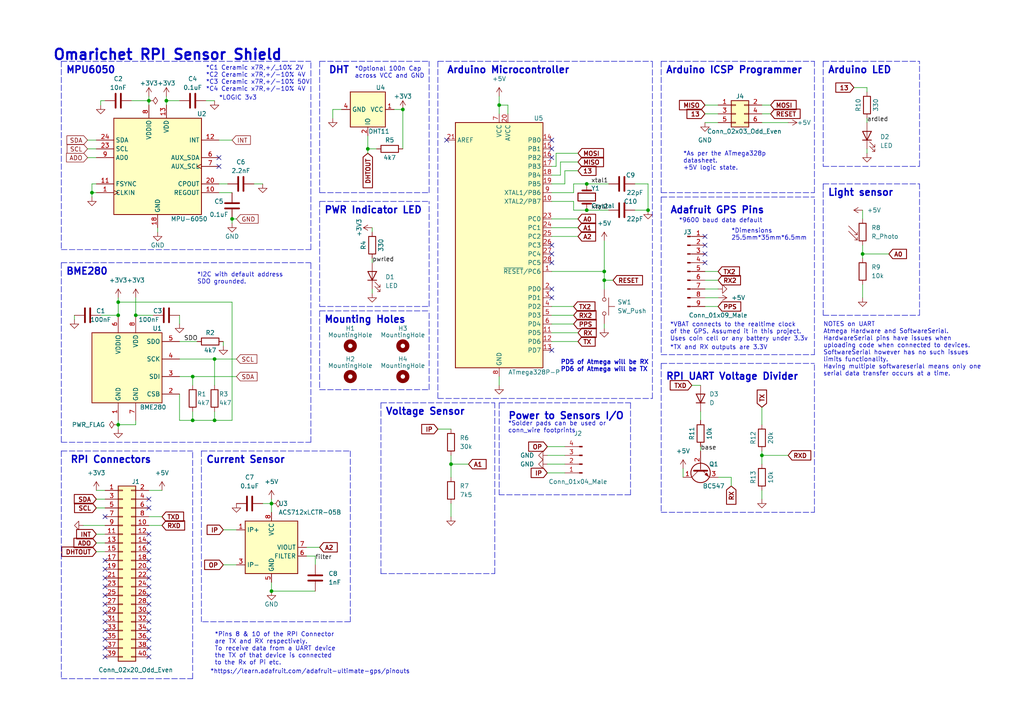
<source format=kicad_sch>
(kicad_sch (version 20211123) (generator eeschema)
  (paper "A4")
  (title_block (title "Omarichet RPI sensor Shield containing various sensors.") (date "2023-01-14") (rev "v1.1") (company "Omarichet.Space") (comment 1 "This is a Raspberry Pi 4 Shield."))
  (junction (at 26.67 55.88))
  (junction (at 175.26 81.28))
  (junction (at 34.29 91.44))
  (junction (at 34.29 87.63))
  (junction (at 43.18 29.21))
  (junction (at 39.37 91.44))
  (junction (at 55.88 121.92))
  (junction (at 67.31 63.5))
  (junction (at 62.23 104.14))
  (junction (at 62.23 121.92))
  (junction (at 170.18 53.34))
  (junction (at 48.26 29.21))
  (junction (at 34.29 123.19))
  (junction (at 130.81 134.62))
  (junction (at 220.98 132.08))
  (junction (at 175.26 78.74))
  (junction (at 78.74 171.45))
  (junction (at 170.18 60.96))
  (junction (at 250.19 73.66))
  (junction (at 55.88 109.22))
  (junction (at 106.68 43.18))
  (junction (at 187.96 60.96))
  (junction (at 78.74 146.05))
  (junction (at 116.84 31.75))
  (junction (at 144.78 30.48))
  (no_connect (at 30.48 162.56))
  (no_connect (at 204.47 68.58))
  (no_connect (at 129.54 40.64))
  (no_connect (at 160.02 86.36))
  (no_connect (at 204.47 71.12))
  (no_connect (at 204.47 76.2))
  (no_connect (at 43.18 147.32))
  (no_connect (at 43.18 144.78))
  (no_connect (at 43.18 172.72))
  (no_connect (at 30.48 167.64))
  (no_connect (at 43.18 170.18))
  (no_connect (at 30.48 170.18))
  (no_connect (at 30.48 172.72))
  (no_connect (at 43.18 160.02))
  (no_connect (at 43.18 162.56))
  (no_connect (at 43.18 167.64))
  (no_connect (at 43.18 157.48))
  (no_connect (at 43.18 165.1))
  (no_connect (at 30.48 165.1))
  (no_connect (at 43.18 154.94))
  (no_connect (at 30.48 180.34))
  (no_connect (at 30.48 177.8))
  (no_connect (at 43.18 182.88))
  (no_connect (at 43.18 190.5))
  (no_connect (at 43.18 187.96))
  (no_connect (at 43.18 185.42))
  (no_connect (at 30.48 182.88))
  (no_connect (at 30.48 190.5))
  (no_connect (at 30.48 185.42))
  (no_connect (at 30.48 187.96))
  (no_connect (at 43.18 177.8))
  (no_connect (at 43.18 180.34))
  (no_connect (at 30.48 175.26))
  (no_connect (at 43.18 175.26))
  (no_connect (at 204.47 73.66))
  (no_connect (at 30.48 149.86))
  (no_connect (at 63.5 45.72))
  (no_connect (at 63.5 48.26))
  (no_connect (at 160.02 43.18))
  (no_connect (at 160.02 45.72))
  (no_connect (at 160.02 40.64))
  (no_connect (at 160.02 73.66))
  (no_connect (at 160.02 71.12))
  (no_connect (at 160.02 83.82))
  (no_connect (at 160.02 101.6))
  (no_connect (at 160.02 76.2))
  (wire (pts (xy 62.23 119.38) (xy 62.23 121.92)))
  (wire (pts (xy 96.52 34.29) (xy 96.52 31.75)))
  (polyline (pts (xy 17.78 76.2) (xy 17.78 128.27)))
  (polyline (pts (xy 124.46 88.9) (xy 124.46 58.42)))
  (polyline (pts (xy 191.77 17.78) (xy 236.22 17.78)))
  (wire (pts (xy 64.77 163.83) (xy 68.58 163.83)))
  (wire (pts (xy 166.37 53.34) (xy 166.37 55.88)))
  (wire (pts (xy 62.23 121.92) (xy 67.31 121.92)))
  (wire (pts (xy 203.2 119.38) (xy 203.2 121.92)))
  (wire (pts (xy 29.21 29.21) (xy 30.48 29.21)))
  (wire (pts (xy 160.02 96.52) (xy 167.64 96.52)))
  (wire (pts (xy 39.37 91.44) (xy 44.45 91.44)))
  (wire (pts (xy 130.81 134.62) (xy 135.89 134.62)))
  (wire (pts (xy 204.47 30.48) (xy 208.28 30.48)))
  (polyline (pts (xy 92.71 113.03) (xy 124.46 113.03)))
  (wire (pts (xy 160.02 63.5) (xy 167.64 63.5)))
  (polyline (pts (xy 182.88 143.51) (xy 144.78 143.51)))
  (polyline (pts (xy 238.76 53.34) (xy 266.7 53.34)))
  (wire (pts (xy 127 124.46) (xy 130.81 124.46)))
  (wire (pts (xy 25.4 45.72) (xy 27.94 45.72)))
  (wire (pts (xy 52.07 109.22) (xy 55.88 109.22)))
  (wire (pts (xy 27.94 160.02) (xy 30.48 160.02)))
  (wire (pts (xy 220.98 130.81) (xy 220.98 132.08)))
  (wire (pts (xy 34.29 121.92) (xy 34.29 123.19)))
  (wire (pts (xy 48.26 27.94) (xy 48.26 29.21)))
  (polyline (pts (xy 191.77 55.88) (xy 236.22 55.88)))
  (wire (pts (xy 220.98 132.08) (xy 220.98 134.62)))
  (wire (pts (xy 204.47 86.36) (xy 208.28 86.36)))
  (polyline (pts (xy 191.77 57.15) (xy 191.77 102.87)))
  (wire (pts (xy 91.44 171.45) (xy 78.74 171.45)))
  (polyline (pts (xy 92.71 58.42) (xy 124.46 58.42)))
  (wire (pts (xy 43.18 29.21) (xy 43.18 30.48)))
  (wire (pts (xy 64.77 153.67) (xy 68.58 153.67)))
  (polyline (pts (xy 143.51 166.37) (xy 143.51 116.84)))
  (wire (pts (xy 160.02 58.42) (xy 166.37 58.42)))
  (wire (pts (xy 203.2 129.54) (xy 203.2 130.81)))
  (wire (pts (xy 52.07 121.92) (xy 55.88 121.92)))
  (wire (pts (xy 144.78 30.48) (xy 144.78 33.02)))
  (polyline (pts (xy 58.42 130.81) (xy 58.42 180.34)))
  (wire (pts (xy 212.09 138.43) (xy 212.09 140.97)))
  (wire (pts (xy 160.02 91.44) (xy 166.37 91.44)))
  (wire (pts (xy 73.66 53.34) (xy 76.2 53.34)))
  (wire (pts (xy 160.02 68.58) (xy 167.64 68.58)))
  (wire (pts (xy 34.29 87.63) (xy 67.31 87.63)))
  (wire (pts (xy 48.26 29.21) (xy 48.26 30.48)))
  (wire (pts (xy 34.29 86.36) (xy 34.29 87.63)))
  (wire (pts (xy 220.98 142.24) (xy 220.98 144.78)))
  (wire (pts (xy 166.37 55.88) (xy 160.02 55.88)))
  (polyline (pts (xy 127 17.78) (xy 189.23 17.78)))
  (wire (pts (xy 160.02 99.06) (xy 167.64 99.06)))
  (polyline (pts (xy 191.77 105.41) (xy 236.22 105.41)))
  (polyline (pts (xy 110.49 166.37) (xy 143.51 166.37)))
  (wire (pts (xy 116.84 31.75) (xy 114.3 31.75)))
  (wire (pts (xy 29.21 30.48) (xy 29.21 29.21)))
  (wire (pts (xy 63.5 55.88) (xy 67.31 55.88)))
  (wire (pts (xy 43.18 142.24) (xy 46.99 142.24)))
  (wire (pts (xy 52.07 91.44) (xy 52.07 93.98)))
  (wire (pts (xy 76.2 146.05) (xy 78.74 146.05)))
  (polyline (pts (xy 55.88 196.85) (xy 55.88 130.81)))
  (wire (pts (xy 55.88 109.22) (xy 68.58 109.22)))
  (wire (pts (xy 116.84 31.75) (xy 116.84 43.18)))
  (polyline (pts (xy 92.71 58.42) (xy 92.71 88.9)))
  (polyline (pts (xy 90.17 128.27) (xy 90.17 76.2)))
  (wire (pts (xy 27.94 147.32) (xy 30.48 147.32)))
  (wire (pts (xy 21.59 91.44) (xy 21.59 92.71)))
  (wire (pts (xy 27.94 53.34) (xy 26.67 53.34)))
  (wire (pts (xy 160.02 88.9) (xy 166.37 88.9)))
  (polyline (pts (xy 127 115.57) (xy 189.23 115.57)))
  (wire (pts (xy 39.37 123.19) (xy 39.37 121.92)))
  (polyline (pts (xy 124.46 113.03) (xy 124.46 90.17)))
  (wire (pts (xy 39.37 86.36) (xy 39.37 91.44)))
  (polyline (pts (xy 92.71 88.9) (xy 124.46 88.9)))
  (polyline (pts (xy 238.76 17.78) (xy 266.7 17.78)))
  (polyline (pts (xy 144.78 116.84) (xy 182.88 116.84)))
  (wire (pts (xy 55.88 109.22) (xy 55.88 111.76)))
  (wire (pts (xy 63.5 53.34) (xy 66.04 53.34)))
  (wire (pts (xy 34.29 123.19) (xy 34.29 124.46)))
  (polyline (pts (xy 17.78 76.2) (xy 90.17 76.2)))
  (wire (pts (xy 64.77 99.06) (xy 64.77 100.33)))
  (wire (pts (xy 175.26 93.98) (xy 175.26 95.25)))
  (wire (pts (xy 166.37 58.42) (xy 166.37 60.96)))
  (wire (pts (xy 250.19 71.12) (xy 250.19 73.66)))
  (wire (pts (xy 130.81 134.62) (xy 130.81 138.43)))
  (wire (pts (xy 78.74 171.45) (xy 78.74 168.91)))
  (polyline (pts (xy 101.6 130.81) (xy 101.6 180.34)))
  (polyline (pts (xy 238.76 91.44) (xy 266.7 91.44)))
  (wire (pts (xy 62.23 104.14) (xy 68.58 104.14)))
  (polyline (pts (xy 92.71 90.17) (xy 92.71 113.03)))
  (polyline (pts (xy 92.71 55.88) (xy 124.46 55.88)))
  (wire (pts (xy 184.15 53.34) (xy 187.96 53.34)))
  (polyline (pts (xy 191.77 102.87) (xy 236.22 102.87)))
  (wire (pts (xy 24.13 152.4) (xy 30.48 152.4)))
  (wire (pts (xy 160.02 78.74) (xy 175.26 78.74)))
  (wire (pts (xy 144.78 109.22) (xy 144.78 111.76)))
  (polyline (pts (xy 238.76 48.26) (xy 266.7 48.26)))
  (wire (pts (xy 158.75 137.16) (xy 163.83 137.16)))
  (polyline (pts (xy 101.6 180.34) (xy 58.42 180.34)))
  (wire (pts (xy 170.18 53.34) (xy 166.37 53.34)))
  (wire (pts (xy 158.75 132.08) (xy 163.83 132.08)))
  (polyline (pts (xy 17.78 130.81) (xy 17.78 196.85)))
  (polyline (pts (xy 17.78 130.81) (xy 55.88 130.81)))
  (polyline (pts (xy 191.77 105.41) (xy 191.77 148.59)))
  (wire (pts (xy 162.56 46.99) (xy 167.64 46.99)))
  (polyline (pts (xy 110.49 116.84) (xy 110.49 166.37)))
  (wire (pts (xy 204.47 81.28) (xy 208.28 81.28)))
  (wire (pts (xy 45.72 66.04) (xy 45.72 67.31)))
  (polyline (pts (xy 189.23 115.57) (xy 189.23 17.78)))
  (polyline (pts (xy 144.78 116.84) (xy 144.78 143.51)))
  (wire (pts (xy 163.83 49.53) (xy 163.83 53.34)))
  (wire (pts (xy 130.81 132.08) (xy 130.81 134.62)))
  (polyline (pts (xy 266.7 48.26) (xy 266.7 17.78)))
  (polyline (pts (xy 92.71 17.78) (xy 124.46 17.78)))
  (wire (pts (xy 67.31 121.92) (xy 67.31 87.63)))
  (wire (pts (xy 208.28 138.43) (xy 212.09 138.43)))
  (wire (pts (xy 78.74 144.78) (xy 78.74 146.05)))
  (wire (pts (xy 204.47 33.02) (xy 208.28 33.02)))
  (wire (pts (xy 107.95 83.82) (xy 107.95 85.09)))
  (wire (pts (xy 43.18 27.94) (xy 43.18 29.21)))
  (wire (pts (xy 184.15 60.96) (xy 187.96 60.96)))
  (wire (pts (xy 55.88 121.92) (xy 62.23 121.92)))
  (wire (pts (xy 29.21 91.44) (xy 34.29 91.44)))
  (wire (pts (xy 175.26 83.82) (xy 175.26 81.28)))
  (polyline (pts (xy 110.49 116.84) (xy 143.51 116.84)))
  (wire (pts (xy 220.98 118.11) (xy 220.98 123.19)))
  (polyline (pts (xy 182.88 116.84) (xy 182.88 143.51)))
  (wire (pts (xy 88.9 158.75) (xy 92.71 158.75)))
  (wire (pts (xy 250.19 73.66) (xy 257.81 73.66)))
  (wire (pts (xy 62.23 104.14) (xy 62.23 111.76)))
  (wire (pts (xy 175.26 69.85) (xy 175.26 78.74)))
  (polyline (pts (xy 92.71 90.17) (xy 124.46 90.17)))
  (wire (pts (xy 34.29 87.63) (xy 34.29 91.44)))
  (wire (pts (xy 251.46 34.29) (xy 251.46 35.56)))
  (polyline (pts (xy 236.22 148.59) (xy 236.22 105.41)))
  (polyline (pts (xy 17.78 196.85) (xy 55.88 196.85)))
  (wire (pts (xy 106.68 43.18) (xy 106.68 44.45)))
  (wire (pts (xy 25.4 43.18) (xy 27.94 43.18)))
  (wire (pts (xy 162.56 50.8) (xy 162.56 46.99)))
  (polyline (pts (xy 191.77 148.59) (xy 236.22 148.59)))
  (wire (pts (xy 250.19 60.96) (xy 250.19 63.5)))
  (wire (pts (xy 220.98 35.56) (xy 228.6 35.56)))
  (wire (pts (xy 170.18 53.34) (xy 176.53 53.34)))
  (wire (pts (xy 220.98 33.02) (xy 223.52 33.02)))
  (wire (pts (xy 26.67 55.88) (xy 27.94 55.88)))
  (polyline (pts (xy 191.77 17.78) (xy 191.77 55.88)))
  (wire (pts (xy 163.83 53.34) (xy 160.02 53.34)))
  (wire (pts (xy 160.02 50.8) (xy 162.56 50.8)))
  (wire (pts (xy 166.37 60.96) (xy 170.18 60.96)))
  (polyline (pts (xy 92.71 17.78) (xy 92.71 55.88)))
  (wire (pts (xy 130.81 146.05) (xy 130.81 149.86)))
  (wire (pts (xy 247.65 25.4) (xy 251.46 25.4)))
  (wire (pts (xy 200.66 111.76) (xy 203.2 111.76)))
  (wire (pts (xy 158.75 129.54) (xy 163.83 129.54)))
  (wire (pts (xy 43.18 149.86) (xy 46.99 149.86)))
  (polyline (pts (xy 236.22 102.87) (xy 236.22 57.15)))
  (wire (pts (xy 34.29 123.19) (xy 39.37 123.19)))
  (wire (pts (xy 161.29 44.45) (xy 167.64 44.45)))
  (wire (pts (xy 63.5 40.64) (xy 67.31 40.64)))
  (wire (pts (xy 67.31 63.5) (xy 68.58 63.5)))
  (wire (pts (xy 52.07 99.06) (xy 57.15 99.06)))
  (polyline (pts (xy 17.78 17.78) (xy 90.17 17.78)))
  (wire (pts (xy 144.78 30.48) (xy 147.32 30.48)))
  (wire (pts (xy 25.4 40.64) (xy 27.94 40.64)))
  (wire (pts (xy 106.68 43.18) (xy 109.22 43.18)))
  (wire (pts (xy 78.74 146.05) (xy 78.74 148.59)))
  (wire (pts (xy 26.67 55.88) (xy 26.67 57.15)))
  (polyline (pts (xy 17.78 128.27) (xy 90.17 128.27)))
  (wire (pts (xy 161.29 48.26) (xy 161.29 44.45)))
  (wire (pts (xy 91.44 161.29) (xy 91.44 163.83)))
  (wire (pts (xy 27.94 154.94) (xy 30.48 154.94)))
  (wire (pts (xy 220.98 30.48) (xy 223.52 30.48)))
  (wire (pts (xy 27.94 142.24) (xy 30.48 142.24)))
  (wire (pts (xy 204.47 78.74) (xy 208.28 78.74)))
  (wire (pts (xy 38.1 29.21) (xy 43.18 29.21)))
  (wire (pts (xy 204.47 35.56) (xy 208.28 35.56)))
  (wire (pts (xy 43.18 152.4) (xy 46.99 152.4)))
  (wire (pts (xy 251.46 25.4) (xy 251.46 26.67)))
  (polyline (pts (xy 58.42 130.81) (xy 101.6 130.81)))
  (wire (pts (xy 96.52 31.75) (xy 99.06 31.75)))
  (wire (pts (xy 107.95 74.93) (xy 107.95 76.2)))
  (wire (pts (xy 59.69 29.21) (xy 62.23 29.21)))
  (wire (pts (xy 163.83 49.53) (xy 167.64 49.53)))
  (wire (pts (xy 55.88 119.38) (xy 55.88 121.92)))
  (wire (pts (xy 175.26 81.28) (xy 175.26 78.74)))
  (polyline (pts (xy 266.7 91.44) (xy 266.7 53.34)))
  (wire (pts (xy 106.68 39.37) (xy 106.68 43.18)))
  (polyline (pts (xy 236.22 55.88) (xy 236.22 17.78)))
  (wire (pts (xy 187.96 53.34) (xy 187.96 60.96)))
  (wire (pts (xy 27.94 144.78) (xy 30.48 144.78)))
  (wire (pts (xy 204.47 83.82) (xy 208.28 83.82)))
  (wire (pts (xy 198.12 135.89) (xy 198.12 138.43)))
  (wire (pts (xy 67.31 63.5) (xy 67.31 64.77)))
  (polyline (pts (xy 90.17 72.39) (xy 90.17 17.78)))
  (wire (pts (xy 160.02 66.04) (xy 167.64 66.04)))
  (wire (pts (xy 160.02 48.26) (xy 161.29 48.26)))
  (wire (pts (xy 160.02 93.98) (xy 166.37 93.98)))
  (wire (pts (xy 250.19 73.66) (xy 250.19 74.93)))
  (polyline (pts (xy 238.76 17.78) (xy 238.76 48.26)))
  (polyline (pts (xy 191.77 57.15) (xy 236.22 57.15)))
  (polyline (pts (xy 124.46 55.88) (xy 124.46 17.78)))
  (wire (pts (xy 147.32 30.48) (xy 147.32 33.02)))
  (wire (pts (xy 144.78 27.94) (xy 144.78 30.48)))
  (wire (pts (xy 220.98 132.08) (xy 228.6 132.08)))
  (wire (pts (xy 175.26 81.28) (xy 177.8 81.28)))
  (polyline (pts (xy 238.76 53.34) (xy 238.76 91.44)))
  (polyline (pts (xy 127 17.78) (xy 127 115.57)))
  (wire (pts (xy 88.9 161.29) (xy 91.44 161.29)))
  (wire (pts (xy 48.26 29.21) (xy 52.07 29.21)))
  (polyline (pts (xy 17.78 72.39) (xy 90.17 72.39)))
  (wire (pts (xy 170.18 60.96) (xy 176.53 60.96)))
  (wire (pts (xy 27.94 157.48) (xy 30.48 157.48)))
  (wire (pts (xy 250.19 82.55) (xy 250.19 86.36)))
  (wire (pts (xy 52.07 104.14) (xy 62.23 104.14)))
  (wire (pts (xy 26.67 53.34) (xy 26.67 55.88)))
  (polyline (pts (xy 17.78 17.78) (xy 17.78 72.39)))
  (wire (pts (xy 158.75 134.62) (xy 163.83 134.62)))
  (wire (pts (xy 52.07 114.3) (xy 52.07 121.92)))
  (wire (pts (xy 204.47 88.9) (xy 208.28 88.9)))
  (wire (pts (xy 107.95 66.04) (xy 107.95 67.31)))
  (wire (pts (xy 251.46 43.18) (xy 251.46 44.45)))
  (text "NOTES on UART\nAtmega Hardware and SoftwareSerial.\nHardwareSerial pins have issues when \nuploading code when connected to devices.\nSoftwareSerial however has no such issues\nlimits functionality.\nHaving multiple softwareserial means only one \nserial data transfer occurs at a time.\n" (at 238.76 109.22 0) (effects (font (size 1.27 1.27)) (justify left bottom)))
  (text "*Optional 100n Cap\nacross VCC and GND" (at 102.87 22.86 0) (effects (font (size 1.27 1.27)) (justify left bottom)))
  (text "*LOGIC 3v3" (at 63.5 29.21 0) (effects (font (size 1.27 1.27)) (justify left bottom)))
  (text "RPI Connectors" (at 20.32 134.62 0) (effects (font (size 2 2) bold) (justify left bottom)))
  (text "RPI UART Voltage Divider" (at 193.04 110.49 0) (effects (font (size 2 2) (thickness 0.4) bold) (justify left bottom)))
  (text "Arduino Microcontroller" (at 129.54 21.59 0) (effects (font (size 2 2) bold) (justify left bottom)))
  (text "Mounting Holes" (at 93.98 93.98 0) (effects (font (size 2 2) bold) (justify left bottom)))
  (text "Arduino ICSP Programmer" (at 193.04 21.59 0) (effects (font (size 2 2) (thickness 0.4) bold) (justify left bottom)))
  (text "Omarichet RPI Sensor Shield" (at 15.24 17.78 0) (effects (font (size 3 3) (thickness 0.6) bold) (justify left bottom)))
  (text "Current Sensor" (at 59.69 134.62 0) (effects (font (size 2 2) (thickness 0.4) bold) (justify left bottom)))
  (text "BME280" (at 19.05 80.01 0) (effects (font (size 2 2) (thickness 0.4) bold) (justify left bottom)))
  (text "*VBAT connects to the realtime clock\nof the GPS. Assumed it in this project.\nUses coin cell or any battery under 3.3v" (at 194.31 99.06 0) (effects (font (size 1.27 1.27)) (justify left bottom)))
  (text "Power to Sensors I/O" (at 147.32 121.92 0) (effects (font (size 2 2) bold) (justify left bottom)))
  (text "*https://learn.adafruit.com/adafruit-ultimate-gps/pinouts" (at 60.96 195.58 0) (effects (font (size 1.27 1.27)) (justify left bottom)))
  (text "*9600 baud data default" (at 196.85 64.77 0) (effects (font (size 1.27 1.27)) (justify left bottom)))
  (text "PD5 of Atmega will be RX\nPD6 of Atmega will be TX" (at 162.56 107.95 0) (effects (font (size 1.27 1.27) bold) (justify left bottom)))
  (text "MPU6050" (at 19.05 21.59 0) (effects (font (size 2 2) (thickness 0.4) bold) (justify left bottom)))
  (text "Voltage Sensor" (at 111.76 120.65 0) (effects (font (size 2 2) bold) (justify left bottom)))
  (text "Adafruit GPS Pins" (at 194.31 62.23 0) (effects (font (size 2 2) bold) (justify left bottom)))
  (text "PWR Indicator LED" (at 93.98 62.23 0) (effects (font (size 2 2) bold) (justify left bottom)))
  (text "*Pins 8 & 10 of the RPI Connector\nare TX and RX respectively.\nTo receive data from a UART device\nthe TX of that device is connected \nto the Rx of Pi etc." (at 62.23 193.04 0) (effects (font (size 1.27 1.27)) (justify left bottom)))
  (text "*C1 Ceramic x7R,+/_10% 2V\n*C2 Ceramic x7R,+/-10% 4V\n*C3 Ceramic x7R,+/-10% 50V\n*C4 Ceramic x7R,+/-10% 4V" (at 59.69 26.67 0) (effects (font (size 1.27 1.27)) (justify left bottom)))
  (text "Light sensor" (at 240.03 57.15 0) (effects (font (size 2 2) bold) (justify left bottom)))
  (text "*TX and RX outputs are 3.3V" (at 194.31 101.6 0) (effects (font (size 1.27 1.27)) (justify left bottom)))
  (text "DHT" (at 95.25 21.59 0) (effects (font (size 2 2) bold) (justify left bottom)))
  (text "*As per the ATmega328p \ndatasheet.\n+5V logic state." (at 198.12 49.53 0) (effects (font (size 1.27 1.27)) (justify left bottom)))
  (text "*Dimensions\n25.5mm*35mm*6.5mm" (at 212.09 69.85 0) (effects (font (size 1.27 1.27)) (justify left bottom)))
  (text "Arduino LED" (at 240.03 21.59 0) (effects (font (size 2 2) bold) (justify left bottom)))
  (text "*Solder pads can be used or \nconn_wire footprints" (at 147.32 125.73 0) (effects (font (size 1.27 1.27)) (justify left bottom)))
  (text "*I2C with default address\nSDO grounded." (at 57.15 82.55 0) (effects (font (size 1.27 1.27)) (justify left bottom)))
  (label "base" (at 203.2 130.81 0))
  (label "pwrled" (at 107.95 76.2 0))
  (label "xtal1" (at 171.45 53.34 0))
  (label "filter" (at 91.44 162.56 0))
  (label "SDO" (at 53.34 99.06 0))
  (label "ardled" (at 251.46 35.56 0))
  (label "xtal2" (at 171.45 60.96 0))
  (global_label "RESET" (shape input) (at 223.52 33.02 0) (effects (font bold)) (property "Intersheet References" "${INTERSHEET_REFS}" (effects hide)))
  (global_label "MOSI" (shape input) (at 223.52 30.48 0) (effects (font bold)) (property "Intersheet References" "${INTERSHEET_REFS}" (effects hide)))
  (global_label "13" (shape input) (at 167.64 49.53 0) (effects (font bold)) (property "Intersheet References" "${INTERSHEET_REFS}" (effects hide)))
  (global_label "INT" (shape input) (at 27.94 154.94 180) (effects (font bold)) (property "Intersheet References" "${INTERSHEET_REFS}" (effects hide)))
  (global_label "SCL" (shape input) (at 27.94 147.32 180) (effects (font bold)) (property "Intersheet References" "${INTERSHEET_REFS}" (effects hide)))
  (global_label "SCL" (shape input) (at 25.4 43.18 180) (property "Intersheet References" "${INTERSHEET_REFS}" (effects hide)))
  (global_label "RX2" (shape input) (at 208.28 81.28 0) (effects (font bold)) (property "Intersheet References" "${INTERSHEET_REFS}" (effects hide)))
  (global_label "IP" (shape input) (at 158.75 137.16 180) (effects (font bold)) (property "Intersheet References" "${INTERSHEET_REFS}" (effects hide)))
  (global_label "PPS" (shape input) (at 166.37 93.98 0) (effects (font bold)) (property "Intersheet References" "${INTERSHEET_REFS}" (effects hide)))
  (global_label "MISO" (shape input) (at 204.47 30.48 180) (effects (font bold)) (property "Intersheet References" "${INTERSHEET_REFS}" (effects hide)))
  (global_label "DHTOUT" (shape input) (at 106.68 44.45 270) (effects (font bold)) (property "Intersheet References" "${INTERSHEET_REFS}" (effects hide)))
  (global_label "A0" (shape input) (at 167.64 63.5 0) (effects (font bold)) (property "Intersheet References" "${INTERSHEET_REFS}" (effects hide)))
  (global_label "INT" (shape input) (at 67.31 40.64 0) (property "Intersheet References" "${INTERSHEET_REFS}" (effects hide)))
  (global_label "IP" (shape input) (at 64.77 153.67 180) (effects (font bold)) (property "Intersheet References" "${INTERSHEET_REFS}" (effects hide)))
  (global_label "A1" (shape input) (at 167.64 66.04 0) (effects (font bold)) (property "Intersheet References" "${INTERSHEET_REFS}" (effects hide)))
  (global_label "ADO" (shape input) (at 25.4 45.72 180) (property "Intersheet References" "${INTERSHEET_REFS}" (effects hide)))
  (global_label "RX" (shape input) (at 212.09 140.97 270) (effects (font bold)) (property "Intersheet References" "${INTERSHEET_REFS}" (effects hide)))
  (global_label "DHTOUT" (shape input) (at 27.94 160.02 180) (effects (font bold)) (property "Intersheet References" "${INTERSHEET_REFS}" (effects hide)))
  (global_label "OP" (shape input) (at 64.77 163.83 180) (effects (font bold)) (property "Intersheet References" "${INTERSHEET_REFS}" (effects hide)))
  (global_label "SDA" (shape input) (at 27.94 144.78 180) (effects (font bold)) (property "Intersheet References" "${INTERSHEET_REFS}" (effects hide)))
  (global_label "A2" (shape input) (at 167.64 68.58 0) (effects (font bold)) (property "Intersheet References" "${INTERSHEET_REFS}" (effects hide)))
  (global_label "RX" (shape input) (at 167.64 96.52 0) (effects (font bold)) (property "Intersheet References" "${INTERSHEET_REFS}" (effects hide)))
  (global_label "A1" (shape input) (at 135.89 134.62 0) (effects (font bold)) (property "Intersheet References" "${INTERSHEET_REFS}" (effects hide)))
  (global_label "SDA" (shape input) (at 68.58 109.22 0) (property "Intersheet References" "${INTERSHEET_REFS}" (effects hide)))
  (global_label "TXD" (shape input) (at 200.66 111.76 180) (effects (font bold)) (property "Intersheet References" "${INTERSHEET_REFS}" (effects hide)))
  (global_label "GND" (shape input) (at 68.58 63.5 0) (property "Intersheet References" "${INTERSHEET_REFS}" (effects hide)))
  (global_label "MISO" (shape input) (at 167.64 46.99 0) (effects (font bold)) (property "Intersheet References" "${INTERSHEET_REFS}" (effects hide)))
  (global_label "TXD" (shape input) (at 46.99 149.86 0) (effects (font bold)) (property "Intersheet References" "${INTERSHEET_REFS}" (effects hide)))
  (global_label "TX" (shape input) (at 167.64 99.06 0) (effects (font bold)) (property "Intersheet References" "${INTERSHEET_REFS}" (effects hide)))
  (global_label "A0" (shape input) (at 257.81 73.66 0) (effects (font bold)) (property "Intersheet References" "${INTERSHEET_REFS}" (effects hide)))
  (global_label "13" (shape input) (at 204.47 33.02 180) (effects (font bold)) (property "Intersheet References" "${INTERSHEET_REFS}" (effects hide)))
  (global_label "A2" (shape input) (at 92.71 158.75 0) (effects (font bold)) (property "Intersheet References" "${INTERSHEET_REFS}" (effects hide)))
  (global_label "RESET" (shape input) (at 177.8 81.28 0) (effects (font bold)) (property "Intersheet References" "${INTERSHEET_REFS}" (effects hide)))
  (global_label "RX2" (shape input) (at 166.37 91.44 0) (effects (font bold)) (property "Intersheet References" "${INTERSHEET_REFS}" (effects hide)))
  (global_label "MOSI" (shape input) (at 167.64 44.45 0) (effects (font bold)) (property "Intersheet References" "${INTERSHEET_REFS}" (effects hide)))
  (global_label "PPS" (shape input) (at 208.28 88.9 0) (effects (font bold)) (property "Intersheet References" "${INTERSHEET_REFS}" (effects hide)))
  (global_label "TX2" (shape input) (at 166.37 88.9 0) (effects (font bold)) (property "Intersheet References" "${INTERSHEET_REFS}" (effects hide)))
  (global_label "TX" (shape input) (at 220.98 118.11 90) (effects (font bold)) (property "Intersheet References" "${INTERSHEET_REFS}" (effects hide)))
  (global_label "13" (shape input) (at 247.65 25.4 180) (effects (font bold)) (property "Intersheet References" "${INTERSHEET_REFS}" (effects hide)))
  (global_label "SDA" (shape input) (at 25.4 40.64 180) (property "Intersheet References" "${INTERSHEET_REFS}" (effects hide)))
  (global_label "RXD" (shape input) (at 228.6 132.08 0) (effects (font bold)) (property "Intersheet References" "${INTERSHEET_REFS}" (effects hide)))
  (global_label "IP" (shape input) (at 127 124.46 180) (effects (font bold)) (property "Intersheet References" "${INTERSHEET_REFS}" (effects hide)))
  (global_label "SCL" (shape input) (at 68.58 104.14 0) (property "Intersheet References" "${INTERSHEET_REFS}" (effects hide)))
  (global_label "OP" (shape input) (at 158.75 129.54 180) (effects (font bold)) (property "Intersheet References" "${INTERSHEET_REFS}" (effects hide)))
  (global_label "ADO" (shape input) (at 27.94 157.48 180) (effects (font bold)) (property "Intersheet References" "${INTERSHEET_REFS}" (effects hide)))
  (global_label "RXD" (shape input) (at 46.99 152.4 0) (effects (font bold)) (property "Intersheet References" "${INTERSHEET_REFS}" (effects hide)))
  (global_label "TX2" (shape input) (at 208.28 78.74 0) (effects (font bold)) (property "Intersheet References" "${INTERSHEET_REFS}" (effects hide)))
  (symbol (lib_id "power:GND") (at 45.72 67.31 0) (unit 1)
    (property "Reference" "#PWR0104" (effects hide))
    (property "Value" "GND" (at 45.72 71.12 0))
  )
  (symbol (lib_id "Switch:SW_Push") (at 175.26 88.9 270) (mirror x) (unit 1)
    (property "Reference" "SW1" (at 179.07 87.6299 90) (effects (justify left)))
    (property "Value" "SW_Push" (at 179.07 90.1699 90) (effects (justify left)))
    (property "Footprint" "Button_Switch_THT:SW_PUSH_6mm" (effects hide))
  )
  (symbol (lib_id "Connector_Generic:Conn_02x03_Odd_Even") (at 213.36 33.02 0) (unit 1)
    (property "Reference" "J4" (at 214.63 27.94 0))
    (property "Value" "Conn_02x03_Odd_Even" (at 215.9 38.1 0))
    (property "Footprint" "Connector_PinHeader_2.54mm:PinHeader_2x03_P2.54mm_Vertical" (effects hide))
  )
  (symbol (lib_id "power:GND") (at 187.96 60.96 0) (unit 1)
    (property "Reference" "#PWR0124" (effects hide))
    (property "Value" "GND" (effects hide))
  )
  (symbol (lib_id "power:+5V") (at 250.19 60.96 90) (unit 1)
    (property "Reference" "#PWR0131" (effects hide))
    (property "Value" "+5V" (at 251.46 60.9599 90) (effects (justify right)))
  )
  (symbol (lib_id "power:+5V") (at 175.26 69.85 0) (unit 1)
    (property "Reference" "#PWR0133" (effects hide))
    (property "Value" "+5V" (at 175.26 64.77 0))
  )
  (symbol (lib_id "Sensor_Motion:MPU-6050") (at 45.72 48.26 0) (unit 1)
    (property "Reference" "U2" (at 57.15 33.02 0) (effects (justify left)))
    (property "Value" "MPU-6050" (at 49.53 63.5 0) (effects (justify left)))
    (property "Footprint" "Sensor_Motion:InvenSense_QFN-24_4x4mm_P0.5mm" (effects hide))
    (property "Datasheet" "https://store.invensense.com/datasheets/invensense/MPU-6050_DataSheet_V3%204.pdf" (effects hide))
  )
  (symbol (lib_id "Device:R") (at 55.88 115.57 0) (unit 1)
    (property "Reference" "R1" (at 57.15 114.3 0) (effects (justify left)))
    (property "Value" "4k7" (at 57.15 116.84 0) (effects (justify left)))
    (property "Footprint" "Resistor_SMD:R_0402_1005Metric" (effects hide))
  )
  (symbol (lib_id "power:GND") (at 52.07 93.98 0) (unit 1)
    (property "Reference" "#PWR0112" (effects hide))
    (property "Value" "GND" (effects hide))
  )
  (symbol (lib_id "power:PWR_FLAG") (at 34.29 123.19 90) (unit 1)
    (property "Reference" "#FLG0101" (effects hide))
    (property "Value" "PWR_FLAG" (at 30.48 123.1899 90) (effects (justify left)))
  )
  (symbol (lib_id "Device:C") (at 72.39 146.05 90) (unit 1)
    (property "Reference" "C7" (at 72.39 138.43 90))
    (property "Value" "0.1uF" (at 72.39 140.97 90))
    (property "Footprint" "Capacitor_SMD:C_0603_1608Metric" (effects hide))
  )
  (symbol (lib_id "power:GND") (at 204.47 35.56 0) (unit 1)
    (property "Reference" "#PWR0127" (effects hide))
    (property "Value" "GND" (at 204.47 40.64 0))
  )
  (symbol (lib_id "Sensor:BME280") (at 36.83 106.68 0) (unit 1)
    (property "Reference" "U1" (at 46.99 95.25 0) (effects (justify right)))
    (property "Value" "BME280" (at 48.26 118.11 0) (effects (justify right)))
    (property "Footprint" "Package_LGA:Bosch_LGA-8_2.5x2.5mm_P0.65mm_ClockwisePinNumbering" (effects hide))
    (property "Datasheet" "https://ae-bst.resource.bosch.com/media/_tech/media/datasheets/BST-BME280-DS002.pdf" (effects hide))
  )
  (symbol (lib_id "Device:C") (at 48.26 91.44 90) (unit 1)
    (property "Reference" "C3" (at 45.72 90.17 90))
    (property "Value" "100nF" (at 43.18 92.71 90))
    (property "Footprint" "Capacitor_SMD:C_0402_1005Metric" (effects hide))
  )
  (symbol (lib_id "Device:R") (at 107.95 71.12 180) (unit 1)
    (property "Reference" "R4" (at 105.41 71.12 90))
    (property "Value" "330" (at 110.49 71.12 90))
    (property "Footprint" "Resistor_SMD:R_0402_1005Metric" (effects hide))
  )
  (symbol (lib_id "power:GND") (at 24.13 152.4 270) (unit 1)
    (property "Reference" "#PWR0117" (effects hide))
    (property "Value" "GND" (effects hide))
  )
  (symbol (lib_id "Device:R") (at 250.19 78.74 0) (unit 1)
    (property "Reference" "R9" (at 252.73 77.4699 0) (effects (justify left)))
    (property "Value" "10k" (at 252.73 80.0099 0) (effects (justify left)))
    (property "Footprint" "Resistor_SMD:R_0402_1005Metric" (effects hide))
  )
  (symbol (lib_id "power:GND") (at 62.23 29.21 0) (unit 1)
    (property "Reference" "#PWR0105" (effects hide))
    (property "Value" "GND" (effects hide))
  )
  (symbol (lib_id "Connector_Generic:Conn_02x20_Odd_Even") (at 35.56 165.1 0) (unit 1)
    (property "Reference" "J1" (at 39.37 139.7 0))
    (property "Value" "Conn_02x20_Odd_Even" (at 39.37 194.31 0))
    (property "Footprint" "Connector_PinSocket_2.54mm:PinSocket_2x20_P2.54mm_Vertical" (effects hide))
  )
  (symbol (lib_id "power:GND") (at 67.31 64.77 0) (unit 1)
    (property "Reference" "#PWR0103" (effects hide))
    (property "Value" "GND" (at 67.31 68.58 0))
  )
  (symbol (lib_id "power:GND") (at 107.95 85.09 0) (unit 1)
    (property "Reference" "#PWR0122" (effects hide))
    (property "Value" "GND" (effects hide))
  )
  (symbol (lib_id "Device:R") (at 203.2 125.73 180) (unit 1)
    (property "Reference" "R11" (at 200.66 125.73 90))
    (property "Value" "10k" (at 205.74 125.73 90))
    (property "Footprint" "Resistor_SMD:R_0402_1005Metric" (effects hide))
  )
  (symbol (lib_id "power:+3V3") (at 27.94 142.24 0) (unit 1)
    (property "Reference" "#PWR0118" (effects hide))
    (property "Value" "+3V3" (at 27.94 137.16 0))
  )
  (symbol (lib_id "Device:R") (at 113.03 43.18 90) (unit 1)
    (property "Reference" "R5" (at 113.03 40.64 90))
    (property "Value" "4k7" (at 113.03 45.72 90))
    (property "Footprint" "Resistor_SMD:R_0402_1005Metric" (effects hide))
  )
  (symbol (lib_id "power:GND") (at 96.52 34.29 0) (unit 1)
    (property "Reference" "#PWR0121" (effects hide))
    (property "Value" "GND" (effects hide))
  )
  (symbol (lib_id "Mechanical:MountingHole") (at 116.84 109.22 0) (unit 1)
    (property "Reference" "H4" (at 116.84 104.14 0))
    (property "Value" "MountingHole" (at 116.84 106.045 0))
    (property "Footprint" "MountingHole:MountingHole_3.2mm_M3" (effects hide))
  )
  (symbol (lib_id "power:GND") (at 64.77 100.33 0) (unit 1)
    (property "Reference" "#PWR0123" (effects hide))
    (property "Value" "GND" (effects hide))
  )
  (symbol (lib_id "Device:LED") (at 107.95 80.01 90) (unit 1)
    (property "Reference" "D1" (at 111.76 80.3274 90) (effects (justify right)))
    (property "Value" "LED" (at 111.76 82.8674 90) (effects (justify right)))
    (property "Footprint" "LED_SMD:LED_0603_1608Metric" (effects hide))
  )
  (symbol (lib_id "power:PWR_FLAG") (at 78.74 146.05 270) (unit 1)
    (property "Reference" "#FLG0103" (effects hide))
    (property "Value" "PWR_FLAG" (effects hide))
  )
  (symbol (lib_id "Device:C") (at 34.29 29.21 90) (unit 1)
    (property "Reference" "C2" (at 34.29 22.86 90))
    (property "Value" "10nF" (at 34.29 25.4 90))
    (property "Footprint" "Capacitor_SMD:C_0402_1005Metric" (effects hide))
  )
  (symbol (lib_id "Device:R_Photo") (at 250.19 67.31 0) (unit 1)
    (property "Reference" "R8" (at 252.73 66.0399 0) (effects (justify left)))
    (property "Value" "R_Photo" (at 252.73 68.5799 0) (effects (justify left)))
    (property "Footprint" "OptoDevice:R_LDR_4.9x4.2mm_P2.54mm_Vertical" (effects hide))
  )
  (symbol (lib_id "power:+5V") (at 46.99 142.24 0) (unit 1)
    (property "Reference" "#PWR0119" (effects hide))
    (property "Value" "+5V" (at 46.99 137.16 0))
  )
  (symbol (lib_id "Device:C") (at 180.34 60.96 90) (unit 1)
    (property "Reference" "C10" (at 182.88 58.42 90))
    (property "Value" "22pF" (at 184.15 63.5 90))
    (property "Footprint" "Capacitor_SMD:C_0402_1005Metric" (effects hide))
  )
  (symbol (lib_id "MCU_Microchip_ATmega:ATmega328P-P") (at 144.78 71.12 0) (unit 1)
    (property "Reference" "U5" (at 156.21 34.29 0))
    (property "Value" "ATmega328P-P" (at 154.94 107.95 0))
    (property "Footprint" "Package_DIP:DIP-28_W7.62mm" (effects hide))
    (property "Datasheet" "http://ww1.microchip.com/downloads/en/DeviceDoc/ATmega328_P%20AVR%20MCU%20with%20picoPower%20Technology%20Data%20Sheet%2040001984A.pdf" (effects hide))
  )
  (symbol (lib_id "Device:Crystal") (at 170.18 57.15 90) (unit 1)
    (property "Reference" "Y1" (at 171.45 54.61 90) (effects (justify right)))
    (property "Value" "Crystal" (at 171.45 59.69 90) (effects (justify right)))
    (property "Footprint" "Crystal:Crystal_HC49-4H_Vertical" (effects hide))
  )
  (symbol (lib_id "power:+5V") (at 78.74 144.78 0) (unit 1)
    (property "Reference" "#PWR0111" (effects hide))
    (property "Value" "+5V" (at 78.74 139.7 0))
  )
  (symbol (lib_id "power:GND") (at 208.28 83.82 90) (unit 1)
    (property "Reference" "#PWR0137" (effects hide))
    (property "Value" "GND" (effects hide))
  )
  (symbol (lib_id "Device:R") (at 220.98 138.43 180) (unit 1)
    (property "Reference" "R13" (at 218.44 138.43 90))
    (property "Value" "10k" (at 223.52 138.43 90))
    (property "Footprint" "Resistor_SMD:R_0402_1005Metric" (effects hide))
  )
  (symbol (lib_id "Mechanical:MountingHole") (at 116.84 100.33 0) (unit 1)
    (property "Reference" "H3" (at 116.84 95.25 0))
    (property "Value" "MountingHole" (at 116.84 97.155 0))
    (property "Footprint" "MountingHole:MountingHole_3.2mm_M3" (effects hide))
  )
  (symbol (lib_id "power:+5V") (at 208.28 86.36 270) (unit 1)
    (property "Reference" "#PWR0125" (effects hide))
    (property "Value" "+5V" (at 212.09 86.36 90) (effects (justify left)))
  )
  (symbol (lib_id "power:GND") (at 34.29 124.46 0) (unit 1)
    (property "Reference" "#PWR0116" (effects hide))
    (property "Value" "GND" (effects hide))
  )
  (symbol (lib_id "Device:R") (at 220.98 127 180) (unit 1)
    (property "Reference" "R12" (at 218.44 127 90))
    (property "Value" "20k" (at 223.52 127 90))
    (property "Footprint" "Resistor_SMD:R_0402_1005Metric" (effects hide))
  )
  (symbol (lib_id "Device:R") (at 60.96 99.06 90) (unit 1)
    (property "Reference" "R2" (at 60.96 96.52 90))
    (property "Value" "4k7" (at 60.96 101.6 90))
    (property "Footprint" "Resistor_SMD:R_0402_1005Metric" (effects hide))
  )
  (symbol (lib_id "power:+3V3") (at 34.29 86.36 0) (unit 1)
    (property "Reference" "#PWR0113" (effects hide))
    (property "Value" "+3V3" (at 34.29 81.28 0))
  )
  (symbol (lib_id "power:+5V") (at 198.12 135.89 0) (unit 1)
    (property "Reference" "#PWR01" (effects hide))
    (property "Value" "+5V" (at 198.12 130.81 0))
  )
  (symbol (lib_id "Mechanical:MountingHole") (at 101.6 100.33 0) (unit 1)
    (property "Reference" "H1" (at 101.6 95.25 0))
    (property "Value" "MountingHole" (at 101.6 97.155 0))
    (property "Footprint" "MountingHole:MountingHole_3.2mm_M3" (effects hide))
  )
  (symbol (lib_id "Device:R") (at 130.81 142.24 0) (unit 1)
    (property "Reference" "R7" (at 133.35 140.9699 0) (effects (justify left)))
    (property "Value" "7k5" (at 133.35 143.5099 0) (effects (justify left)))
    (property "Footprint" "Resistor_SMD:R_0402_1005Metric" (effects hide))
  )
  (symbol (lib_id "power:GND") (at 21.59 92.71 0) (mirror y) (unit 1)
    (property "Reference" "#PWR0115" (effects hide))
    (property "Value" "GND" (effects hide))
  )
  (symbol (lib_id "power:+3V3") (at 107.95 66.04 90) (unit 1)
    (property "Reference" "#PWR0120" (effects hide))
    (property "Value" "+3V3" (at 104.14 66.04 0))
  )
  (symbol (lib_id "power:+3V3") (at 48.26 27.94 0) (unit 1)
    (property "Reference" "#PWR0101" (effects hide))
    (property "Value" "+3V3" (at 48.26 24.13 0))
  )
  (symbol (lib_id "power:+3V3") (at 39.37 86.36 0) (unit 1)
    (property "Reference" "#PWR0114" (effects hide))
    (property "Value" "+3V3" (at 39.37 81.28 0))
  )
  (symbol (lib_id "power:GND") (at 251.46 44.45 0) (unit 1)
    (property "Reference" "#PWR0126" (effects hide))
    (property "Value" "GND" (effects hide))
  )
  (symbol (lib_id "power:GND") (at 68.58 146.05 0) (unit 1)
    (property "Reference" "#PWR0110" (effects hide))
    (property "Value" "GND" (effects hide))
  )
  (symbol (lib_id "Device:C") (at 91.44 167.64 0) (unit 1)
    (property "Reference" "C8" (at 95.25 166.3699 0) (effects (justify left)))
    (property "Value" "1nF" (at 95.25 168.9099 0) (effects (justify left)))
    (property "Footprint" "Capacitor_SMD:C_0402_1005Metric" (effects hide))
  )
  (symbol (lib_id "Device:C") (at 25.4 91.44 270) (mirror x) (unit 1)
    (property "Reference" "C1" (at 29.21 90.17 90))
    (property "Value" "100nF" (at 29.21 92.71 90))
    (property "Footprint" "Capacitor_SMD:C_0402_1005Metric" (effects hide))
  )
  (symbol (lib_id "Sensor:DHT11") (at 106.68 31.75 270) (unit 1)
    (property "Reference" "U4" (at 111.76 25.4 90) (effects (justify right)))
    (property "Value" "DHT11" (at 113.03 38.1 90) (effects (justify right)))
    (property "Footprint" "Sensor:Aosong_DHT11_5.5x12.0_P2.54mm" (effects hide))
    (property "Datasheet" "http://akizukidenshi.com/download/ds/aosong/DHT11.pdf" (effects hide))
  )
  (symbol (lib_id "Sensor_Current:ACS712xLCTR-05B") (at 78.74 158.75 0) (unit 1)
    (property "Reference" "U3" (at 80.7594 146.05 0) (effects (justify left)))
    (property "Value" "ACS712xLCTR-05B" (at 80.7594 148.59 0) (effects (justify left)))
    (property "Footprint" "Package_SO:SOIC-8_3.9x4.9mm_P1.27mm" (effects hide))
    (property "Datasheet" "http://www.allegromicro.com/~/media/Files/Datasheets/ACS712-Datasheet.ashx?la=en" (effects hide))
  )
  (symbol (lib_id "power:+3V3") (at 116.84 31.75 0) (unit 1)
    (property "Reference" "#PWR0130" (effects hide))
    (property "Value" "+3V3" (at 116.84 27.94 0))
  )
  (symbol (lib_id "power:GND") (at 158.75 132.08 270) (unit 1)
    (property "Reference" "#PWR0138" (effects hide))
    (property "Value" "GND" (at 154.94 132.0799 90) (effects (justify right)))
  )
  (symbol (lib_id "power:+5V") (at 228.6 35.56 270) (unit 1)
    (property "Reference" "#PWR0128" (effects hide))
    (property "Value" "+5V" (at 231.14 35.56 90) (effects (justify left)))
  )
  (symbol (lib_id "power:GND") (at 130.81 149.86 0) (unit 1)
    (property "Reference" "#PWR0136" (effects hide))
    (property "Value" "GND" (effects hide))
  )
  (symbol (lib_id "Device:D") (at 203.2 115.57 90) (unit 1)
    (property "Reference" "D3" (at 205.74 114.2999 90) (effects (justify right)))
    (property "Value" "D" (at 205.74 116.8399 90) (effects (justify right)))
    (property "Footprint" "Diode_SMD:D_0603_1608Metric" (effects hide))
  )
  (symbol (lib_id "power:GND") (at 175.26 95.25 0) (unit 1)
    (property "Reference" "#PWR0135" (effects hide))
    (property "Value" "GND" (effects hide))
  )
  (symbol (lib_id "power:GND") (at 220.98 144.78 0) (unit 1)
    (property "Reference" "#PWRe0101" (effects hide))
    (property "Value" "GND" (effects hide))
  )
  (symbol (lib_id "Device:C") (at 67.31 59.69 180) (unit 1)
    (property "Reference" "C5" (at 63.5 58.42 0))
    (property "Value" "0.1uF" (at 63.5 62.23 0))
    (property "Footprint" "Capacitor_SMD:C_0603_1608Metric" (effects hide))
  )
  (symbol (lib_id "Connector:Conn_01x09_Male") (at 199.39 78.74 0) (unit 1)
    (property "Reference" "J3" (at 199.39 67.31 0))
    (property "Value" "Conn_01x09_Male" (at 208.28 91.44 0))
    (property "Footprint" "Connector_PinHeader_2.00mm:PinHeader_1x09_P2.00mm_Vertical" (effects hide))
  )
  (symbol (lib_id "Device:C") (at 69.85 53.34 90) (unit 1)
    (property "Reference" "C6" (at 69.85 46.99 90))
    (property "Value" "2.2nF" (at 69.85 49.53 90))
    (property "Footprint" "Capacitor_SMD:C_0402_1005Metric" (effects hide))
  )
  (symbol (lib_id "Device:LED") (at 251.46 39.37 90) (unit 1)
    (property "Reference" "D2" (at 255.27 39.6874 90) (effects (justify right)))
    (property "Value" "LED" (at 255.27 42.2274 90) (effects (justify right)))
    (property "Footprint" "LED_SMD:LED_0603_1608Metric" (effects hide))
  )
  (symbol (lib_id "power:GND") (at 29.21 30.48 0) (unit 1)
    (property "Reference" "#PWR0107" (effects hide))
    (property "Value" "GND" (effects hide))
  )
  (symbol (lib_id "Transistor_BJT:BC547") (at 203.2 135.89 90) (mirror x) (unit 1)
    (property "Reference" "Q1" (at 207.01 134.62 90))
    (property "Value" "BC547" (at 207.01 140.97 90))
    (property "Footprint" "Package_TO_SOT_THT:TO-92_Inline" (effects hide))
    (property "Datasheet" "https://www.onsemi.com/pub/Collateral/BC550-D.pdf" (effects hide))
  )
  (symbol (lib_id "Connector:Conn_01x04_Male") (at 168.91 134.62 180) (unit 1)
    (property "Reference" "J2" (at 167.64 125.73 0))
    (property "Value" "Conn_01x04_Male" (at 167.64 139.7 0))
    (property "Footprint" "Connector_Wire:SolderWire-0.25sqmm_1x04_P4.2mm_D0.65mm_OD1.7mm_Relief" (effects hide))
  )
  (symbol (lib_id "Device:R") (at 62.23 115.57 0) (unit 1)
    (property "Reference" "R3" (at 63.5 114.3 0) (effects (justify left)))
    (property "Value" "4k7" (at 63.5 116.84 0) (effects (justify left)))
    (property "Footprint" "Resistor_SMD:R_0402_1005Metric" (effects hide))
  )
  (symbol (lib_id "power:+3V3") (at 43.18 27.94 0) (unit 1)
    (property "Reference" "#PWR0102" (effects hide))
    (property "Value" "+3V3" (at 43.18 24.13 0))
  )
  (symbol (lib_id "power:GND") (at 158.75 134.62 270) (unit 1)
    (property "Reference" "#PWR0139" (effects hide))
    (property "Value" "GND" (at 154.94 134.6199 90) (effects (justify right)))
  )
  (symbol (lib_id "Device:R") (at 251.46 30.48 180) (unit 1)
    (property "Reference" "R10" (at 248.92 30.48 90))
    (property "Value" "330" (at 254 30.48 90))
    (property "Footprint" "Resistor_SMD:R_0402_1005Metric" (effects hide))
  )
  (symbol (lib_id "Device:C") (at 55.88 29.21 90) (unit 1)
    (property "Reference" "C4" (at 55.88 22.86 90))
    (property "Value" "0.1uF" (at 55.88 25.4 90))
    (property "Footprint" "Capacitor_SMD:C_0603_1608Metric" (effects hide))
  )
  (symbol (lib_id "power:PWR_FLAG") (at 43.18 29.21 270) (unit 1)
    (property "Reference" "#FLG0102" (effects hide))
    (property "Value" "PWR_FLAG" (effects hide))
  )
  (symbol (lib_id "Device:C") (at 180.34 53.34 90) (unit 1)
    (property "Reference" "C9" (at 182.88 50.8 90))
    (property "Value" "22pF" (at 184.15 55.88 90))
    (property "Footprint" "Capacitor_SMD:C_0402_1005Metric" (effects hide))
  )
  (symbol (lib_id "power:GND") (at 26.67 57.15 0) (unit 1)
    (property "Reference" "#PWR0106" (effects hide))
    (property "Value" "GND" (effects hide))
  )
  (symbol (lib_id "power:GND") (at 76.2 53.34 0) (unit 1)
    (property "Reference" "#PWR0108" (effects hide))
    (property "Value" "GND" (effects hide))
  )
  (symbol (lib_id "Mechanical:MountingHole") (at 101.6 109.22 0) (unit 1)
    (property "Reference" "H2" (at 101.6 104.14 0))
    (property "Value" "MountingHole" (at 101.6 106.045 0))
    (property "Footprint" "MountingHole:MountingHole_3.2mm_M3" (effects hide))
  )
  (symbol (lib_id "power:GND") (at 78.74 171.45 0) (unit 1)
    (property "Reference" "#PWR0109" (effects hide))
    (property "Value" "GND" (at 78.74 175.26 0))
  )
  (symbol (lib_id "Device:R") (at 130.81 128.27 0) (unit 1)
    (property "Reference" "R6" (at 133.35 126.9999 0) (effects (justify left)))
    (property "Value" "30k" (at 133.35 129.5399 0) (effects (justify left)))
    (property "Footprint" "Resistor_SMD:R_0402_1005Metric" (effects hide))
  )
  (symbol (lib_id "power:GND") (at 144.78 111.76 0) (unit 1)
    (property "Reference" "#PWR0134" (effects hide))
    (property "Value" "GND" (effects hide))
  )
  (symbol (lib_id "power:GND") (at 250.19 86.36 0) (unit 1)
    (property "Reference" "#PWR0132" (effects hide))
    (property "Value" "GND" (effects hide))
  )
  (symbol (lib_id "power:+5V") (at 144.78 27.94 0) (unit 1)
    (property "Reference" "#PWR0129" (effects hide))
    (property "Value" "+5V" (at 144.78 22.86 0))
  )
)
</source>
